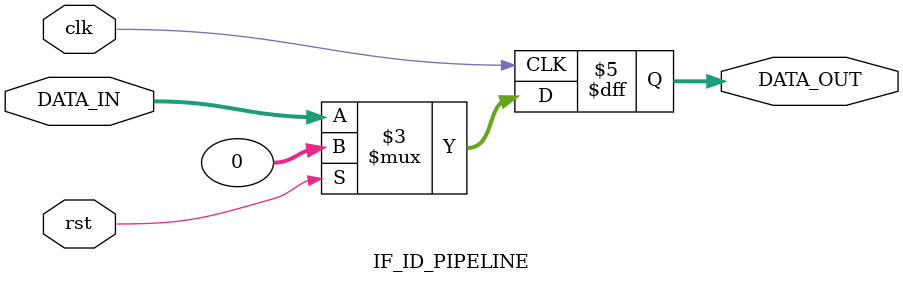
<source format=sv>
`timescale 1ns / 1ps

module IF_ID_PIPELINE(
    input rst,
    input clk,
//    input reg [31:0] PC_IN, DATA_IN,
//    output reg [31:0] PC_OUT, DATA_OUT
    input reg [31:0] DATA_IN,
    output reg [31:0] DATA_OUT
    );

    always @ (posedge clk)
        if(rst)
            begin
            //PC_OUT <= 32'd0;
            DATA_OUT <= 32'd0;        
            end
        else
            begin
                //PC_OUT <= PC_IN;
                DATA_OUT <= DATA_IN;
            end
endmodule
</source>
